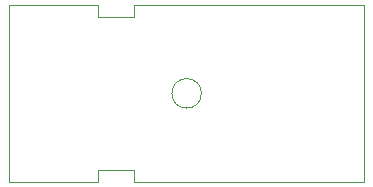
<source format=gbr>
%TF.GenerationSoftware,KiCad,Pcbnew,7.0.5*%
%TF.CreationDate,2024-02-16T16:10:37-06:00*%
%TF.ProjectId,GATE,47415445-2e6b-4696-9361-645f70636258,rev?*%
%TF.SameCoordinates,Original*%
%TF.FileFunction,Profile,NP*%
%FSLAX46Y46*%
G04 Gerber Fmt 4.6, Leading zero omitted, Abs format (unit mm)*
G04 Created by KiCad (PCBNEW 7.0.5) date 2024-02-16 16:10:37*
%MOMM*%
%LPD*%
G01*
G04 APERTURE LIST*
%TA.AperFunction,Profile*%
%ADD10C,0.100000*%
%TD*%
G04 APERTURE END LIST*
D10*
X147500000Y-81000000D02*
X150500000Y-81000000D01*
X150500000Y-80000000D01*
X170000000Y-80000000D01*
X170000000Y-95000000D01*
X150500000Y-95000000D01*
X150500000Y-94000000D01*
X147500000Y-94000000D01*
X147500000Y-95000000D01*
X140000000Y-95000000D01*
X140000000Y-80000000D01*
X147500000Y-80000000D01*
X147500000Y-81000000D01*
X156250000Y-87500000D02*
G75*
G03*
X156250000Y-87500000I-1250000J0D01*
G01*
M02*

</source>
